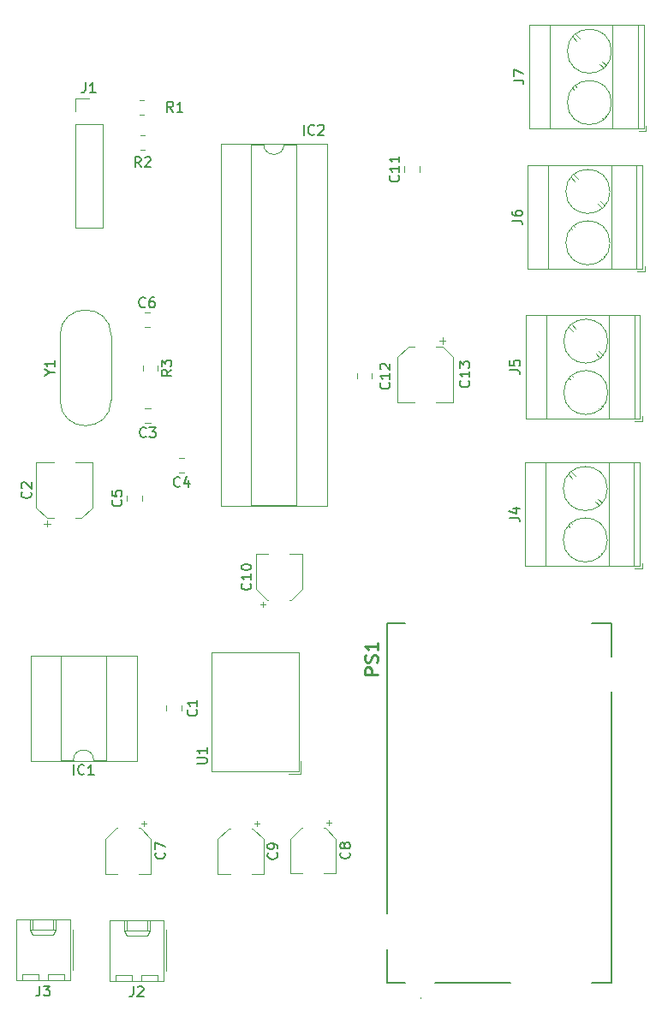
<source format=gbr>
%TF.GenerationSoftware,KiCad,Pcbnew,(5.1.10)-1*%
%TF.CreationDate,2022-05-23T16:21:35+02:00*%
%TF.ProjectId,Auto_Uart,4175746f-5f55-4617-9274-2e6b69636164,rev?*%
%TF.SameCoordinates,Original*%
%TF.FileFunction,Legend,Top*%
%TF.FilePolarity,Positive*%
%FSLAX46Y46*%
G04 Gerber Fmt 4.6, Leading zero omitted, Abs format (unit mm)*
G04 Created by KiCad (PCBNEW (5.1.10)-1) date 2022-05-23 16:21:35*
%MOMM*%
%LPD*%
G01*
G04 APERTURE LIST*
%ADD10C,0.120000*%
%ADD11C,0.200000*%
%ADD12C,0.103000*%
%ADD13C,0.150000*%
%ADD14C,0.254000*%
G04 APERTURE END LIST*
D10*
%TO.C,J1*%
X-8797600Y-18957600D02*
X-6137600Y-18957600D01*
X-8797600Y-8737600D02*
X-8797600Y-18957600D01*
X-6137600Y-8737600D02*
X-6137600Y-18957600D01*
X-8797600Y-8737600D02*
X-6137600Y-8737600D01*
X-8797600Y-7467600D02*
X-8797600Y-6137600D01*
X-8797600Y-6137600D02*
X-7467600Y-6137600D01*
D11*
%TO.C,PS1*%
X44170000Y-58039000D02*
X42276000Y-58039000D01*
X22020000Y-58039000D02*
X23800000Y-58039000D01*
X44170000Y-93599000D02*
X42276000Y-93599000D01*
X22020000Y-93599000D02*
X23800000Y-93599000D01*
X44170000Y-58039000D02*
X44170000Y-61412000D01*
X22020000Y-93599000D02*
X22020000Y-90303000D01*
D12*
X25319000Y-95049000D02*
X25319000Y-95049000D01*
X25319000Y-95152000D02*
X25319000Y-95152000D01*
D11*
X26775000Y-93599000D02*
X34197000Y-93599000D01*
X44170000Y-93599000D02*
X44170000Y-64821000D01*
X22020000Y-58039000D02*
X22020000Y-86817000D01*
D12*
X25319000Y-95049000D02*
G75*
G02*
X25319000Y-95152000I0J-51500D01*
G01*
X25319000Y-95152000D02*
G75*
G02*
X25319000Y-95049000I0J51500D01*
G01*
D10*
%TO.C,J7*%
X44191600Y-6578600D02*
G75*
G03*
X44191600Y-6578600I-2180000J0D01*
G01*
X44191600Y-1498600D02*
G75*
G03*
X44191600Y-1498600I-2180000J0D01*
G01*
X46811600Y-9178600D02*
X46811600Y1101400D01*
X44311600Y-9178600D02*
X44311600Y1101400D01*
X38111600Y-9178600D02*
X38111600Y1101400D01*
X36051600Y-9178600D02*
X36051600Y1101400D01*
X47371600Y-9178600D02*
X47371600Y1101400D01*
X36051600Y-9178600D02*
X47371600Y-9178600D01*
X36051600Y1101400D02*
X47371600Y1101400D01*
X40623600Y-4924600D02*
X40730600Y-5031600D01*
X43558600Y-7860600D02*
X43665600Y-7966600D01*
X40357600Y-5190600D02*
X40464600Y-5297600D01*
X43292600Y-8126600D02*
X43399600Y-8232600D01*
X40623600Y155400D02*
X41019600Y-239600D01*
X43285600Y-2505600D02*
X43665600Y-2885600D01*
X40357600Y-110600D02*
X40737600Y-490600D01*
X43003600Y-2756600D02*
X43399600Y-3151600D01*
X46871600Y-9418600D02*
X47611600Y-9418600D01*
X47611600Y-9418600D02*
X47611600Y-8918600D01*
%TO.C,J5*%
X43836000Y-35255200D02*
G75*
G03*
X43836000Y-35255200I-2180000J0D01*
G01*
X43836000Y-30175200D02*
G75*
G03*
X43836000Y-30175200I-2180000J0D01*
G01*
X46456000Y-37855200D02*
X46456000Y-27575200D01*
X43956000Y-37855200D02*
X43956000Y-27575200D01*
X37756000Y-37855200D02*
X37756000Y-27575200D01*
X35696000Y-37855200D02*
X35696000Y-27575200D01*
X47016000Y-37855200D02*
X47016000Y-27575200D01*
X35696000Y-37855200D02*
X47016000Y-37855200D01*
X35696000Y-27575200D02*
X47016000Y-27575200D01*
X40268000Y-33601200D02*
X40375000Y-33708200D01*
X43203000Y-36537200D02*
X43310000Y-36643200D01*
X40002000Y-33867200D02*
X40109000Y-33974200D01*
X42937000Y-36803200D02*
X43044000Y-36909200D01*
X40268000Y-28521200D02*
X40664000Y-28916200D01*
X42930000Y-31182200D02*
X43310000Y-31562200D01*
X40002000Y-28787200D02*
X40382000Y-29167200D01*
X42648000Y-31433200D02*
X43044000Y-31828200D01*
X46516000Y-38095200D02*
X47256000Y-38095200D01*
X47256000Y-38095200D02*
X47256000Y-37595200D01*
%TO.C,U1*%
X4641400Y-72713000D02*
X4641400Y-60992000D01*
X13261400Y-72713000D02*
X13261400Y-60992000D01*
X4641400Y-72713000D02*
X13261400Y-72713000D01*
X4641400Y-60992000D02*
X13261400Y-60992000D01*
X12261400Y-72953000D02*
X13501400Y-72953000D01*
X13501400Y-72953000D02*
X13501400Y-71713000D01*
%TO.C,IC1*%
X-7001000Y-71611800D02*
X-5751000Y-71611800D01*
X-5751000Y-71611800D02*
X-5751000Y-61331800D01*
X-5751000Y-61331800D02*
X-10251000Y-61331800D01*
X-10251000Y-61331800D02*
X-10251000Y-71611800D01*
X-10251000Y-71611800D02*
X-9001000Y-71611800D01*
X-2751000Y-71671800D02*
X-2751000Y-61271800D01*
X-2751000Y-61271800D02*
X-13251000Y-61271800D01*
X-13251000Y-61271800D02*
X-13251000Y-71671800D01*
X-13251000Y-71671800D02*
X-2751000Y-71671800D01*
X-9001000Y-71611800D02*
G75*
G02*
X-7001000Y-71611800I1000000J0D01*
G01*
%TO.C,C1*%
X204800Y-66206648D02*
X204800Y-66729152D01*
X1674800Y-66206648D02*
X1674800Y-66729152D01*
%TO.C,C2*%
X-7146000Y-42162800D02*
X-8846000Y-42162800D01*
X-12666000Y-42162800D02*
X-10966000Y-42162800D01*
X-12666000Y-46618363D02*
X-12666000Y-42162800D01*
X-7146000Y-46618363D02*
X-7146000Y-42162800D01*
X-8210437Y-47682800D02*
X-8846000Y-47682800D01*
X-11601563Y-47682800D02*
X-10966000Y-47682800D01*
X-11601563Y-47682800D02*
X-12666000Y-46618363D01*
X-8210437Y-47682800D02*
X-7146000Y-46618363D01*
X-11591000Y-48547800D02*
X-11591000Y-47922800D01*
X-11903500Y-48235300D02*
X-11278500Y-48235300D01*
%TO.C,C3*%
X-1393648Y-36831600D02*
X-1916152Y-36831600D01*
X-1393648Y-38301600D02*
X-1916152Y-38301600D01*
%TO.C,C4*%
X1966952Y-43203800D02*
X1444448Y-43203800D01*
X1966952Y-41733800D02*
X1444448Y-41733800D01*
%TO.C,C5*%
X-3706800Y-45977352D02*
X-3706800Y-45454848D01*
X-2236800Y-45977352D02*
X-2236800Y-45454848D01*
%TO.C,C6*%
X-1988452Y-27332000D02*
X-1465948Y-27332000D01*
X-1988452Y-28802000D02*
X-1465948Y-28802000D01*
%TO.C,C7*%
X-5841400Y-82857600D02*
X-4641400Y-82857600D01*
X-1321400Y-82857600D02*
X-2521400Y-82857600D01*
X-1321400Y-79402037D02*
X-1321400Y-82857600D01*
X-5841400Y-79402037D02*
X-5841400Y-82857600D01*
X-4776963Y-78337600D02*
X-4641400Y-78337600D01*
X-2385837Y-78337600D02*
X-2521400Y-78337600D01*
X-2385837Y-78337600D02*
X-1321400Y-79402037D01*
X-4776963Y-78337600D02*
X-5841400Y-79402037D01*
X-2021400Y-77597600D02*
X-2021400Y-78097600D01*
X-1771400Y-77847600D02*
X-2271400Y-77847600D01*
%TO.C,C8*%
X12446600Y-82828800D02*
X13646600Y-82828800D01*
X16966600Y-82828800D02*
X15766600Y-82828800D01*
X16966600Y-79373237D02*
X16966600Y-82828800D01*
X12446600Y-79373237D02*
X12446600Y-82828800D01*
X13511037Y-78308800D02*
X13646600Y-78308800D01*
X15902163Y-78308800D02*
X15766600Y-78308800D01*
X15902163Y-78308800D02*
X16966600Y-79373237D01*
X13511037Y-78308800D02*
X12446600Y-79373237D01*
X16266600Y-77568800D02*
X16266600Y-78068800D01*
X16516600Y-77818800D02*
X16016600Y-77818800D01*
%TO.C,C9*%
X9353800Y-77869600D02*
X8853800Y-77869600D01*
X9103800Y-77619600D02*
X9103800Y-78119600D01*
X6348237Y-78359600D02*
X5283800Y-79424037D01*
X8739363Y-78359600D02*
X9803800Y-79424037D01*
X8739363Y-78359600D02*
X8603800Y-78359600D01*
X6348237Y-78359600D02*
X6483800Y-78359600D01*
X5283800Y-79424037D02*
X5283800Y-82879600D01*
X9803800Y-79424037D02*
X9803800Y-82879600D01*
X9803800Y-82879600D02*
X8603800Y-82879600D01*
X5283800Y-82879600D02*
X6483800Y-82879600D01*
%TO.C,C10*%
X9518400Y-56245800D02*
X10018400Y-56245800D01*
X9768400Y-56495800D02*
X9768400Y-55995800D01*
X12523963Y-55755800D02*
X13588400Y-54691363D01*
X10132837Y-55755800D02*
X9068400Y-54691363D01*
X10132837Y-55755800D02*
X10268400Y-55755800D01*
X12523963Y-55755800D02*
X12388400Y-55755800D01*
X13588400Y-54691363D02*
X13588400Y-51235800D01*
X9068400Y-54691363D02*
X9068400Y-51235800D01*
X9068400Y-51235800D02*
X10268400Y-51235800D01*
X13588400Y-51235800D02*
X12388400Y-51235800D01*
%TO.C,C11*%
X25195200Y-13414552D02*
X25195200Y-12892048D01*
X23725200Y-13414552D02*
X23725200Y-12892048D01*
%TO.C,C12*%
X20496200Y-33372248D02*
X20496200Y-33894752D01*
X19026200Y-33372248D02*
X19026200Y-33894752D01*
%TO.C,C13*%
X27803900Y-30139300D02*
X27178900Y-30139300D01*
X27491400Y-29826800D02*
X27491400Y-30451800D01*
X24110837Y-30691800D02*
X23046400Y-31756237D01*
X27501963Y-30691800D02*
X28566400Y-31756237D01*
X27501963Y-30691800D02*
X26866400Y-30691800D01*
X24110837Y-30691800D02*
X24746400Y-30691800D01*
X23046400Y-31756237D02*
X23046400Y-36211800D01*
X28566400Y-31756237D02*
X28566400Y-36211800D01*
X28566400Y-36211800D02*
X26866400Y-36211800D01*
X23046400Y-36211800D02*
X24746400Y-36211800D01*
%TO.C,IC2*%
X9820400Y-10709600D02*
X8570400Y-10709600D01*
X8570400Y-10709600D02*
X8570400Y-46389600D01*
X8570400Y-46389600D02*
X13070400Y-46389600D01*
X13070400Y-46389600D02*
X13070400Y-10709600D01*
X13070400Y-10709600D02*
X11820400Y-10709600D01*
X5570400Y-10649600D02*
X5570400Y-46449600D01*
X5570400Y-46449600D02*
X16070400Y-46449600D01*
X16070400Y-46449600D02*
X16070400Y-10649600D01*
X16070400Y-10649600D02*
X5570400Y-10649600D01*
X11820400Y-10709600D02*
G75*
G02*
X9820400Y-10709600I-1000000J0D01*
G01*
%TO.C,J2*%
X-93200Y-93454000D02*
X-93200Y-87434000D01*
X-93200Y-87434000D02*
X-5393200Y-87434000D01*
X-5393200Y-87434000D02*
X-5393200Y-93454000D01*
X-5393200Y-93454000D02*
X-93200Y-93454000D01*
X196800Y-92424000D02*
X196800Y-88424000D01*
X-1473200Y-87434000D02*
X-1473200Y-88434000D01*
X-1473200Y-88434000D02*
X-4013200Y-88434000D01*
X-4013200Y-88434000D02*
X-4013200Y-87434000D01*
X-1473200Y-88434000D02*
X-1723200Y-88964000D01*
X-1723200Y-88964000D02*
X-3763200Y-88964000D01*
X-3763200Y-88964000D02*
X-4013200Y-88434000D01*
X-1723200Y-87434000D02*
X-1723200Y-88434000D01*
X-3763200Y-87434000D02*
X-3763200Y-88434000D01*
X-673200Y-93454000D02*
X-673200Y-92854000D01*
X-673200Y-92854000D02*
X-2273200Y-92854000D01*
X-2273200Y-92854000D02*
X-2273200Y-93454000D01*
X-3213200Y-93454000D02*
X-3213200Y-92854000D01*
X-3213200Y-92854000D02*
X-4813200Y-92854000D01*
X-4813200Y-92854000D02*
X-4813200Y-93454000D01*
%TO.C,J3*%
X-14058800Y-92803200D02*
X-14058800Y-93403200D01*
X-12458800Y-92803200D02*
X-14058800Y-92803200D01*
X-12458800Y-93403200D02*
X-12458800Y-92803200D01*
X-11518800Y-92803200D02*
X-11518800Y-93403200D01*
X-9918800Y-92803200D02*
X-11518800Y-92803200D01*
X-9918800Y-93403200D02*
X-9918800Y-92803200D01*
X-13008800Y-87383200D02*
X-13008800Y-88383200D01*
X-10968800Y-87383200D02*
X-10968800Y-88383200D01*
X-13008800Y-88913200D02*
X-13258800Y-88383200D01*
X-10968800Y-88913200D02*
X-13008800Y-88913200D01*
X-10718800Y-88383200D02*
X-10968800Y-88913200D01*
X-13258800Y-88383200D02*
X-13258800Y-87383200D01*
X-10718800Y-88383200D02*
X-13258800Y-88383200D01*
X-10718800Y-87383200D02*
X-10718800Y-88383200D01*
X-9048800Y-92373200D02*
X-9048800Y-88373200D01*
X-14638800Y-93403200D02*
X-9338800Y-93403200D01*
X-14638800Y-87383200D02*
X-14638800Y-93403200D01*
X-9338800Y-87383200D02*
X-14638800Y-87383200D01*
X-9338800Y-93403200D02*
X-9338800Y-87383200D01*
%TO.C,J4*%
X47205200Y-52674800D02*
X47205200Y-52174800D01*
X46465200Y-52674800D02*
X47205200Y-52674800D01*
X42597200Y-46012800D02*
X42993200Y-46407800D01*
X39951200Y-43366800D02*
X40331200Y-43746800D01*
X42879200Y-45761800D02*
X43259200Y-46141800D01*
X40217200Y-43100800D02*
X40613200Y-43495800D01*
X42886200Y-51382800D02*
X42993200Y-51488800D01*
X39951200Y-48446800D02*
X40058200Y-48553800D01*
X43152200Y-51116800D02*
X43259200Y-51222800D01*
X40217200Y-48180800D02*
X40324200Y-48287800D01*
X35645200Y-42154800D02*
X46965200Y-42154800D01*
X35645200Y-52434800D02*
X46965200Y-52434800D01*
X46965200Y-52434800D02*
X46965200Y-42154800D01*
X35645200Y-52434800D02*
X35645200Y-42154800D01*
X37705200Y-52434800D02*
X37705200Y-42154800D01*
X43905200Y-52434800D02*
X43905200Y-42154800D01*
X46405200Y-52434800D02*
X46405200Y-42154800D01*
X43785200Y-44754800D02*
G75*
G03*
X43785200Y-44754800I-2180000J0D01*
G01*
X43785200Y-49834800D02*
G75*
G03*
X43785200Y-49834800I-2180000J0D01*
G01*
%TO.C,J6*%
X47459200Y-23287000D02*
X47459200Y-22787000D01*
X46719200Y-23287000D02*
X47459200Y-23287000D01*
X42851200Y-16625000D02*
X43247200Y-17020000D01*
X40205200Y-13979000D02*
X40585200Y-14359000D01*
X43133200Y-16374000D02*
X43513200Y-16754000D01*
X40471200Y-13713000D02*
X40867200Y-14108000D01*
X43140200Y-21995000D02*
X43247200Y-22101000D01*
X40205200Y-19059000D02*
X40312200Y-19166000D01*
X43406200Y-21729000D02*
X43513200Y-21835000D01*
X40471200Y-18793000D02*
X40578200Y-18900000D01*
X35899200Y-12767000D02*
X47219200Y-12767000D01*
X35899200Y-23047000D02*
X47219200Y-23047000D01*
X47219200Y-23047000D02*
X47219200Y-12767000D01*
X35899200Y-23047000D02*
X35899200Y-12767000D01*
X37959200Y-23047000D02*
X37959200Y-12767000D01*
X44159200Y-23047000D02*
X44159200Y-12767000D01*
X46659200Y-23047000D02*
X46659200Y-12767000D01*
X44039200Y-15367000D02*
G75*
G03*
X44039200Y-15367000I-2180000J0D01*
G01*
X44039200Y-20447000D02*
G75*
G03*
X44039200Y-20447000I-2180000J0D01*
G01*
%TO.C,R1*%
X-1998736Y-7770800D02*
X-2452864Y-7770800D01*
X-1998736Y-6300800D02*
X-2452864Y-6300800D01*
%TO.C,R2*%
X-1947936Y-9780600D02*
X-2402064Y-9780600D01*
X-1947936Y-11250600D02*
X-2402064Y-11250600D01*
%TO.C,R3*%
X-662000Y-32605736D02*
X-662000Y-33059864D01*
X-2132000Y-32605736D02*
X-2132000Y-33059864D01*
%TO.C,Y1*%
X-10322800Y-36015200D02*
X-10322800Y-29615200D01*
X-5272800Y-36015200D02*
X-5272800Y-29615200D01*
X-5272800Y-36015200D02*
G75*
G02*
X-10322800Y-36015200I-2525000J0D01*
G01*
X-5272800Y-29615200D02*
G75*
G03*
X-10322800Y-29615200I-2525000J0D01*
G01*
%TO.C,J1*%
D13*
X-7800933Y-4589980D02*
X-7800933Y-5304266D01*
X-7848552Y-5447123D01*
X-7943790Y-5542361D01*
X-8086647Y-5589980D01*
X-8181885Y-5589980D01*
X-6800933Y-5589980D02*
X-7372361Y-5589980D01*
X-7086647Y-5589980D02*
X-7086647Y-4589980D01*
X-7181885Y-4732838D01*
X-7277123Y-4828076D01*
X-7372361Y-4875695D01*
%TO.C,PS1*%
D14*
X21085023Y-63137142D02*
X19815023Y-63137142D01*
X19815023Y-62653333D01*
X19875500Y-62532380D01*
X19935976Y-62471904D01*
X20056928Y-62411428D01*
X20238357Y-62411428D01*
X20359309Y-62471904D01*
X20419785Y-62532380D01*
X20480261Y-62653333D01*
X20480261Y-63137142D01*
X21024547Y-61927619D02*
X21085023Y-61746190D01*
X21085023Y-61443809D01*
X21024547Y-61322857D01*
X20964071Y-61262380D01*
X20843119Y-61201904D01*
X20722166Y-61201904D01*
X20601214Y-61262380D01*
X20540738Y-61322857D01*
X20480261Y-61443809D01*
X20419785Y-61685714D01*
X20359309Y-61806666D01*
X20298833Y-61867142D01*
X20177880Y-61927619D01*
X20056928Y-61927619D01*
X19935976Y-61867142D01*
X19875500Y-61806666D01*
X19815023Y-61685714D01*
X19815023Y-61383333D01*
X19875500Y-61201904D01*
X21085023Y-59992380D02*
X21085023Y-60718095D01*
X21085023Y-60355238D02*
X19815023Y-60355238D01*
X19996452Y-60476190D01*
X20117404Y-60597142D01*
X20177880Y-60718095D01*
%TO.C,J7*%
D13*
X34503980Y-4371933D02*
X35218266Y-4371933D01*
X35361123Y-4419552D01*
X35456361Y-4514790D01*
X35503980Y-4657647D01*
X35503980Y-4752885D01*
X34503980Y-3990980D02*
X34503980Y-3324314D01*
X35503980Y-3752885D01*
%TO.C,J5*%
X34148380Y-33048533D02*
X34862666Y-33048533D01*
X35005523Y-33096152D01*
X35100761Y-33191390D01*
X35148380Y-33334247D01*
X35148380Y-33429485D01*
X34148380Y-32096152D02*
X34148380Y-32572342D01*
X34624571Y-32619961D01*
X34576952Y-32572342D01*
X34529333Y-32477104D01*
X34529333Y-32239009D01*
X34576952Y-32143771D01*
X34624571Y-32096152D01*
X34719809Y-32048533D01*
X34957904Y-32048533D01*
X35053142Y-32096152D01*
X35100761Y-32143771D01*
X35148380Y-32239009D01*
X35148380Y-32477104D01*
X35100761Y-32572342D01*
X35053142Y-32619961D01*
%TO.C,U1*%
X3198880Y-71945404D02*
X4008404Y-71945404D01*
X4103642Y-71897785D01*
X4151261Y-71850166D01*
X4198880Y-71754928D01*
X4198880Y-71564452D01*
X4151261Y-71469214D01*
X4103642Y-71421595D01*
X4008404Y-71373976D01*
X3198880Y-71373976D01*
X4198880Y-70373976D02*
X4198880Y-70945404D01*
X4198880Y-70659690D02*
X3198880Y-70659690D01*
X3341738Y-70754928D01*
X3436976Y-70850166D01*
X3484595Y-70945404D01*
%TO.C,IC1*%
X-8977190Y-73064180D02*
X-8977190Y-72064180D01*
X-7929571Y-72968942D02*
X-7977190Y-73016561D01*
X-8120047Y-73064180D01*
X-8215285Y-73064180D01*
X-8358142Y-73016561D01*
X-8453380Y-72921323D01*
X-8501000Y-72826085D01*
X-8548619Y-72635609D01*
X-8548619Y-72492752D01*
X-8501000Y-72302276D01*
X-8453380Y-72207038D01*
X-8358142Y-72111800D01*
X-8215285Y-72064180D01*
X-8120047Y-72064180D01*
X-7977190Y-72111800D01*
X-7929571Y-72159419D01*
X-6977190Y-73064180D02*
X-7548619Y-73064180D01*
X-7262904Y-73064180D02*
X-7262904Y-72064180D01*
X-7358142Y-72207038D01*
X-7453380Y-72302276D01*
X-7548619Y-72349895D01*
%TO.C,C1*%
X3151142Y-66634566D02*
X3198761Y-66682185D01*
X3246380Y-66825042D01*
X3246380Y-66920280D01*
X3198761Y-67063138D01*
X3103523Y-67158376D01*
X3008285Y-67205995D01*
X2817809Y-67253614D01*
X2674952Y-67253614D01*
X2484476Y-67205995D01*
X2389238Y-67158376D01*
X2294000Y-67063138D01*
X2246380Y-66920280D01*
X2246380Y-66825042D01*
X2294000Y-66682185D01*
X2341619Y-66634566D01*
X3246380Y-65682185D02*
X3246380Y-66253614D01*
X3246380Y-65967900D02*
X2246380Y-65967900D01*
X2389238Y-66063138D01*
X2484476Y-66158376D01*
X2532095Y-66253614D01*
%TO.C,C2*%
X-13248857Y-45089466D02*
X-13201238Y-45137085D01*
X-13153619Y-45279942D01*
X-13153619Y-45375180D01*
X-13201238Y-45518038D01*
X-13296476Y-45613276D01*
X-13391714Y-45660895D01*
X-13582190Y-45708514D01*
X-13725047Y-45708514D01*
X-13915523Y-45660895D01*
X-14010761Y-45613276D01*
X-14106000Y-45518038D01*
X-14153619Y-45375180D01*
X-14153619Y-45279942D01*
X-14106000Y-45137085D01*
X-14058380Y-45089466D01*
X-14058380Y-44708514D02*
X-14106000Y-44660895D01*
X-14153619Y-44565657D01*
X-14153619Y-44327561D01*
X-14106000Y-44232323D01*
X-14058380Y-44184704D01*
X-13963142Y-44137085D01*
X-13867904Y-44137085D01*
X-13725047Y-44184704D01*
X-13153619Y-44756133D01*
X-13153619Y-44137085D01*
%TO.C,C3*%
X-1821566Y-39603742D02*
X-1869185Y-39651361D01*
X-2012042Y-39698980D01*
X-2107280Y-39698980D01*
X-2250138Y-39651361D01*
X-2345376Y-39556123D01*
X-2392995Y-39460885D01*
X-2440614Y-39270409D01*
X-2440614Y-39127552D01*
X-2392995Y-38937076D01*
X-2345376Y-38841838D01*
X-2250138Y-38746600D01*
X-2107280Y-38698980D01*
X-2012042Y-38698980D01*
X-1869185Y-38746600D01*
X-1821566Y-38794219D01*
X-1488233Y-38698980D02*
X-869185Y-38698980D01*
X-1202519Y-39079933D01*
X-1059661Y-39079933D01*
X-964423Y-39127552D01*
X-916804Y-39175171D01*
X-869185Y-39270409D01*
X-869185Y-39508504D01*
X-916804Y-39603742D01*
X-964423Y-39651361D01*
X-1059661Y-39698980D01*
X-1345376Y-39698980D01*
X-1440614Y-39651361D01*
X-1488233Y-39603742D01*
%TO.C,C4*%
X1539033Y-44505942D02*
X1491414Y-44553561D01*
X1348557Y-44601180D01*
X1253319Y-44601180D01*
X1110461Y-44553561D01*
X1015223Y-44458323D01*
X967604Y-44363085D01*
X919985Y-44172609D01*
X919985Y-44029752D01*
X967604Y-43839276D01*
X1015223Y-43744038D01*
X1110461Y-43648800D01*
X1253319Y-43601180D01*
X1348557Y-43601180D01*
X1491414Y-43648800D01*
X1539033Y-43696419D01*
X2396176Y-43934514D02*
X2396176Y-44601180D01*
X2158080Y-43553561D02*
X1919985Y-44267847D01*
X2539033Y-44267847D01*
%TO.C,C5*%
X-4294657Y-45882766D02*
X-4247038Y-45930385D01*
X-4199419Y-46073242D01*
X-4199419Y-46168480D01*
X-4247038Y-46311338D01*
X-4342276Y-46406576D01*
X-4437514Y-46454195D01*
X-4627990Y-46501814D01*
X-4770847Y-46501814D01*
X-4961323Y-46454195D01*
X-5056561Y-46406576D01*
X-5151800Y-46311338D01*
X-5199419Y-46168480D01*
X-5199419Y-46073242D01*
X-5151800Y-45930385D01*
X-5104180Y-45882766D01*
X-5199419Y-44978004D02*
X-5199419Y-45454195D01*
X-4723228Y-45501814D01*
X-4770847Y-45454195D01*
X-4818466Y-45358957D01*
X-4818466Y-45120861D01*
X-4770847Y-45025623D01*
X-4723228Y-44978004D01*
X-4627990Y-44930385D01*
X-4389895Y-44930385D01*
X-4294657Y-44978004D01*
X-4247038Y-45025623D01*
X-4199419Y-45120861D01*
X-4199419Y-45358957D01*
X-4247038Y-45454195D01*
X-4294657Y-45501814D01*
%TO.C,C6*%
X-1893866Y-26744142D02*
X-1941485Y-26791761D01*
X-2084342Y-26839380D01*
X-2179580Y-26839380D01*
X-2322438Y-26791761D01*
X-2417676Y-26696523D01*
X-2465295Y-26601285D01*
X-2512914Y-26410809D01*
X-2512914Y-26267952D01*
X-2465295Y-26077476D01*
X-2417676Y-25982238D01*
X-2322438Y-25887000D01*
X-2179580Y-25839380D01*
X-2084342Y-25839380D01*
X-1941485Y-25887000D01*
X-1893866Y-25934619D01*
X-1036723Y-25839380D02*
X-1227200Y-25839380D01*
X-1322438Y-25887000D01*
X-1370057Y-25934619D01*
X-1465295Y-26077476D01*
X-1512914Y-26267952D01*
X-1512914Y-26648904D01*
X-1465295Y-26744142D01*
X-1417676Y-26791761D01*
X-1322438Y-26839380D01*
X-1131961Y-26839380D01*
X-1036723Y-26791761D01*
X-989104Y-26744142D01*
X-941485Y-26648904D01*
X-941485Y-26410809D01*
X-989104Y-26315571D01*
X-1036723Y-26267952D01*
X-1131961Y-26220333D01*
X-1322438Y-26220333D01*
X-1417676Y-26267952D01*
X-1465295Y-26315571D01*
X-1512914Y-26410809D01*
%TO.C,C7*%
X-24257Y-80764266D02*
X23361Y-80811885D01*
X70980Y-80954742D01*
X70980Y-81049980D01*
X23361Y-81192838D01*
X-71876Y-81288076D01*
X-167114Y-81335695D01*
X-357590Y-81383314D01*
X-500447Y-81383314D01*
X-690923Y-81335695D01*
X-786161Y-81288076D01*
X-881400Y-81192838D01*
X-929019Y-81049980D01*
X-929019Y-80954742D01*
X-881400Y-80811885D01*
X-833780Y-80764266D01*
X-929019Y-80430933D02*
X-929019Y-79764266D01*
X70980Y-80192838D01*
%TO.C,C8*%
X18263742Y-80735466D02*
X18311361Y-80783085D01*
X18358980Y-80925942D01*
X18358980Y-81021180D01*
X18311361Y-81164038D01*
X18216123Y-81259276D01*
X18120885Y-81306895D01*
X17930409Y-81354514D01*
X17787552Y-81354514D01*
X17597076Y-81306895D01*
X17501838Y-81259276D01*
X17406600Y-81164038D01*
X17358980Y-81021180D01*
X17358980Y-80925942D01*
X17406600Y-80783085D01*
X17454219Y-80735466D01*
X17787552Y-80164038D02*
X17739933Y-80259276D01*
X17692314Y-80306895D01*
X17597076Y-80354514D01*
X17549457Y-80354514D01*
X17454219Y-80306895D01*
X17406600Y-80259276D01*
X17358980Y-80164038D01*
X17358980Y-79973561D01*
X17406600Y-79878323D01*
X17454219Y-79830704D01*
X17549457Y-79783085D01*
X17597076Y-79783085D01*
X17692314Y-79830704D01*
X17739933Y-79878323D01*
X17787552Y-79973561D01*
X17787552Y-80164038D01*
X17835171Y-80259276D01*
X17882790Y-80306895D01*
X17978028Y-80354514D01*
X18168504Y-80354514D01*
X18263742Y-80306895D01*
X18311361Y-80259276D01*
X18358980Y-80164038D01*
X18358980Y-79973561D01*
X18311361Y-79878323D01*
X18263742Y-79830704D01*
X18168504Y-79783085D01*
X17978028Y-79783085D01*
X17882790Y-79830704D01*
X17835171Y-79878323D01*
X17787552Y-79973561D01*
%TO.C,C9*%
X11100942Y-80786266D02*
X11148561Y-80833885D01*
X11196180Y-80976742D01*
X11196180Y-81071980D01*
X11148561Y-81214838D01*
X11053323Y-81310076D01*
X10958085Y-81357695D01*
X10767609Y-81405314D01*
X10624752Y-81405314D01*
X10434276Y-81357695D01*
X10339038Y-81310076D01*
X10243800Y-81214838D01*
X10196180Y-81071980D01*
X10196180Y-80976742D01*
X10243800Y-80833885D01*
X10291419Y-80786266D01*
X11196180Y-80310076D02*
X11196180Y-80119600D01*
X11148561Y-80024361D01*
X11100942Y-79976742D01*
X10958085Y-79881504D01*
X10767609Y-79833885D01*
X10386657Y-79833885D01*
X10291419Y-79881504D01*
X10243800Y-79929123D01*
X10196180Y-80024361D01*
X10196180Y-80214838D01*
X10243800Y-80310076D01*
X10291419Y-80357695D01*
X10386657Y-80405314D01*
X10624752Y-80405314D01*
X10719990Y-80357695D01*
X10767609Y-80310076D01*
X10815228Y-80214838D01*
X10815228Y-80024361D01*
X10767609Y-79929123D01*
X10719990Y-79881504D01*
X10624752Y-79833885D01*
%TO.C,C10*%
X8485542Y-54138657D02*
X8533161Y-54186276D01*
X8580780Y-54329133D01*
X8580780Y-54424371D01*
X8533161Y-54567228D01*
X8437923Y-54662466D01*
X8342685Y-54710085D01*
X8152209Y-54757704D01*
X8009352Y-54757704D01*
X7818876Y-54710085D01*
X7723638Y-54662466D01*
X7628400Y-54567228D01*
X7580780Y-54424371D01*
X7580780Y-54329133D01*
X7628400Y-54186276D01*
X7676019Y-54138657D01*
X8580780Y-53186276D02*
X8580780Y-53757704D01*
X8580780Y-53471990D02*
X7580780Y-53471990D01*
X7723638Y-53567228D01*
X7818876Y-53662466D01*
X7866495Y-53757704D01*
X7580780Y-52567228D02*
X7580780Y-52471990D01*
X7628400Y-52376752D01*
X7676019Y-52329133D01*
X7771257Y-52281514D01*
X7961733Y-52233895D01*
X8199828Y-52233895D01*
X8390304Y-52281514D01*
X8485542Y-52329133D01*
X8533161Y-52376752D01*
X8580780Y-52471990D01*
X8580780Y-52567228D01*
X8533161Y-52662466D01*
X8485542Y-52710085D01*
X8390304Y-52757704D01*
X8199828Y-52805323D01*
X7961733Y-52805323D01*
X7771257Y-52757704D01*
X7676019Y-52710085D01*
X7628400Y-52662466D01*
X7580780Y-52567228D01*
%TO.C,C11*%
X23137342Y-13796157D02*
X23184961Y-13843776D01*
X23232580Y-13986633D01*
X23232580Y-14081871D01*
X23184961Y-14224728D01*
X23089723Y-14319966D01*
X22994485Y-14367585D01*
X22804009Y-14415204D01*
X22661152Y-14415204D01*
X22470676Y-14367585D01*
X22375438Y-14319966D01*
X22280200Y-14224728D01*
X22232580Y-14081871D01*
X22232580Y-13986633D01*
X22280200Y-13843776D01*
X22327819Y-13796157D01*
X23232580Y-12843776D02*
X23232580Y-13415204D01*
X23232580Y-13129490D02*
X22232580Y-13129490D01*
X22375438Y-13224728D01*
X22470676Y-13319966D01*
X22518295Y-13415204D01*
X23232580Y-11891395D02*
X23232580Y-12462823D01*
X23232580Y-12177109D02*
X22232580Y-12177109D01*
X22375438Y-12272347D01*
X22470676Y-12367585D01*
X22518295Y-12462823D01*
%TO.C,C12*%
X22201142Y-34297857D02*
X22248761Y-34345476D01*
X22296380Y-34488333D01*
X22296380Y-34583571D01*
X22248761Y-34726428D01*
X22153523Y-34821666D01*
X22058285Y-34869285D01*
X21867809Y-34916904D01*
X21724952Y-34916904D01*
X21534476Y-34869285D01*
X21439238Y-34821666D01*
X21344000Y-34726428D01*
X21296380Y-34583571D01*
X21296380Y-34488333D01*
X21344000Y-34345476D01*
X21391619Y-34297857D01*
X22296380Y-33345476D02*
X22296380Y-33916904D01*
X22296380Y-33631190D02*
X21296380Y-33631190D01*
X21439238Y-33726428D01*
X21534476Y-33821666D01*
X21582095Y-33916904D01*
X21391619Y-32964523D02*
X21344000Y-32916904D01*
X21296380Y-32821666D01*
X21296380Y-32583571D01*
X21344000Y-32488333D01*
X21391619Y-32440714D01*
X21486857Y-32393095D01*
X21582095Y-32393095D01*
X21724952Y-32440714D01*
X22296380Y-33012142D01*
X22296380Y-32393095D01*
%TO.C,C13*%
X30075142Y-34094657D02*
X30122761Y-34142276D01*
X30170380Y-34285133D01*
X30170380Y-34380371D01*
X30122761Y-34523228D01*
X30027523Y-34618466D01*
X29932285Y-34666085D01*
X29741809Y-34713704D01*
X29598952Y-34713704D01*
X29408476Y-34666085D01*
X29313238Y-34618466D01*
X29218000Y-34523228D01*
X29170380Y-34380371D01*
X29170380Y-34285133D01*
X29218000Y-34142276D01*
X29265619Y-34094657D01*
X30170380Y-33142276D02*
X30170380Y-33713704D01*
X30170380Y-33427990D02*
X29170380Y-33427990D01*
X29313238Y-33523228D01*
X29408476Y-33618466D01*
X29456095Y-33713704D01*
X29170380Y-32808942D02*
X29170380Y-32189895D01*
X29551333Y-32523228D01*
X29551333Y-32380371D01*
X29598952Y-32285133D01*
X29646571Y-32237514D01*
X29741809Y-32189895D01*
X29979904Y-32189895D01*
X30075142Y-32237514D01*
X30122761Y-32285133D01*
X30170380Y-32380371D01*
X30170380Y-32666085D01*
X30122761Y-32761323D01*
X30075142Y-32808942D01*
%TO.C,IC2*%
X13755809Y-9786880D02*
X13755809Y-8786880D01*
X14803428Y-9691642D02*
X14755809Y-9739261D01*
X14612952Y-9786880D01*
X14517714Y-9786880D01*
X14374857Y-9739261D01*
X14279619Y-9644023D01*
X14232000Y-9548785D01*
X14184380Y-9358309D01*
X14184380Y-9215452D01*
X14232000Y-9024976D01*
X14279619Y-8929738D01*
X14374857Y-8834500D01*
X14517714Y-8786880D01*
X14612952Y-8786880D01*
X14755809Y-8834500D01*
X14803428Y-8882119D01*
X15184380Y-8882119D02*
X15232000Y-8834500D01*
X15327238Y-8786880D01*
X15565333Y-8786880D01*
X15660571Y-8834500D01*
X15708190Y-8882119D01*
X15755809Y-8977357D01*
X15755809Y-9072595D01*
X15708190Y-9215452D01*
X15136761Y-9786880D01*
X15755809Y-9786880D01*
%TO.C,J2*%
X-3076533Y-93996380D02*
X-3076533Y-94710666D01*
X-3124152Y-94853523D01*
X-3219390Y-94948761D01*
X-3362247Y-94996380D01*
X-3457485Y-94996380D01*
X-2647961Y-94091619D02*
X-2600342Y-94044000D01*
X-2505104Y-93996380D01*
X-2267009Y-93996380D01*
X-2171771Y-94044000D01*
X-2124152Y-94091619D01*
X-2076533Y-94186857D01*
X-2076533Y-94282095D01*
X-2124152Y-94424952D01*
X-2695580Y-94996380D01*
X-2076533Y-94996380D01*
%TO.C,J3*%
X-12322133Y-93945580D02*
X-12322133Y-94659866D01*
X-12369752Y-94802723D01*
X-12464990Y-94897961D01*
X-12607847Y-94945580D01*
X-12703085Y-94945580D01*
X-11941180Y-93945580D02*
X-11322133Y-93945580D01*
X-11655466Y-94326533D01*
X-11512609Y-94326533D01*
X-11417371Y-94374152D01*
X-11369752Y-94421771D01*
X-11322133Y-94517009D01*
X-11322133Y-94755104D01*
X-11369752Y-94850342D01*
X-11417371Y-94897961D01*
X-11512609Y-94945580D01*
X-11798323Y-94945580D01*
X-11893561Y-94897961D01*
X-11941180Y-94850342D01*
%TO.C,J4*%
X34097580Y-47628133D02*
X34811866Y-47628133D01*
X34954723Y-47675752D01*
X35049961Y-47770990D01*
X35097580Y-47913847D01*
X35097580Y-48009085D01*
X34430914Y-46723371D02*
X35097580Y-46723371D01*
X34049961Y-46961466D02*
X34764247Y-47199561D01*
X34764247Y-46580514D01*
%TO.C,J6*%
X34351580Y-18240333D02*
X35065866Y-18240333D01*
X35208723Y-18287952D01*
X35303961Y-18383190D01*
X35351580Y-18526047D01*
X35351580Y-18621285D01*
X34351580Y-17335571D02*
X34351580Y-17526047D01*
X34399200Y-17621285D01*
X34446819Y-17668904D01*
X34589676Y-17764142D01*
X34780152Y-17811761D01*
X35161104Y-17811761D01*
X35256342Y-17764142D01*
X35303961Y-17716523D01*
X35351580Y-17621285D01*
X35351580Y-17430809D01*
X35303961Y-17335571D01*
X35256342Y-17287952D01*
X35161104Y-17240333D01*
X34923009Y-17240333D01*
X34827771Y-17287952D01*
X34780152Y-17335571D01*
X34732533Y-17430809D01*
X34732533Y-17621285D01*
X34780152Y-17716523D01*
X34827771Y-17764142D01*
X34923009Y-17811761D01*
%TO.C,R1*%
X849333Y-7500880D02*
X515999Y-7024690D01*
X277904Y-7500880D02*
X277904Y-6500880D01*
X658857Y-6500880D01*
X754095Y-6548500D01*
X801714Y-6596119D01*
X849333Y-6691357D01*
X849333Y-6834214D01*
X801714Y-6929452D01*
X754095Y-6977071D01*
X658857Y-7024690D01*
X277904Y-7024690D01*
X1801714Y-7500880D02*
X1230285Y-7500880D01*
X1515999Y-7500880D02*
X1515999Y-6500880D01*
X1420761Y-6643738D01*
X1325523Y-6738976D01*
X1230285Y-6786595D01*
%TO.C,R2*%
X-2325666Y-12961880D02*
X-2659000Y-12485690D01*
X-2897095Y-12961880D02*
X-2897095Y-11961880D01*
X-2516142Y-11961880D01*
X-2420904Y-12009500D01*
X-2373285Y-12057119D01*
X-2325666Y-12152357D01*
X-2325666Y-12295214D01*
X-2373285Y-12390452D01*
X-2420904Y-12438071D01*
X-2516142Y-12485690D01*
X-2897095Y-12485690D01*
X-1944714Y-12057119D02*
X-1897095Y-12009500D01*
X-1801857Y-11961880D01*
X-1563761Y-11961880D01*
X-1468523Y-12009500D01*
X-1420904Y-12057119D01*
X-1373285Y-12152357D01*
X-1373285Y-12247595D01*
X-1420904Y-12390452D01*
X-1992333Y-12961880D01*
X-1373285Y-12961880D01*
%TO.C,R3*%
X705380Y-32999466D02*
X229190Y-33332800D01*
X705380Y-33570895D02*
X-294619Y-33570895D01*
X-294619Y-33189942D01*
X-247000Y-33094704D01*
X-199380Y-33047085D01*
X-104142Y-32999466D01*
X38714Y-32999466D01*
X133952Y-33047085D01*
X181571Y-33094704D01*
X229190Y-33189942D01*
X229190Y-33570895D01*
X-294619Y-32666133D02*
X-294619Y-32047085D01*
X86333Y-32380419D01*
X86333Y-32237561D01*
X133952Y-32142323D01*
X181571Y-32094704D01*
X276809Y-32047085D01*
X514904Y-32047085D01*
X610142Y-32094704D01*
X657761Y-32142323D01*
X705380Y-32237561D01*
X705380Y-32523276D01*
X657761Y-32618514D01*
X610142Y-32666133D01*
%TO.C,Y1*%
X-11346609Y-33291390D02*
X-10870419Y-33291390D01*
X-11870419Y-33624723D02*
X-11346609Y-33291390D01*
X-11870419Y-32958057D01*
X-10870419Y-32100914D02*
X-10870419Y-32672342D01*
X-10870419Y-32386628D02*
X-11870419Y-32386628D01*
X-11727561Y-32481866D01*
X-11632323Y-32577104D01*
X-11584704Y-32672342D01*
%TD*%
M02*

</source>
